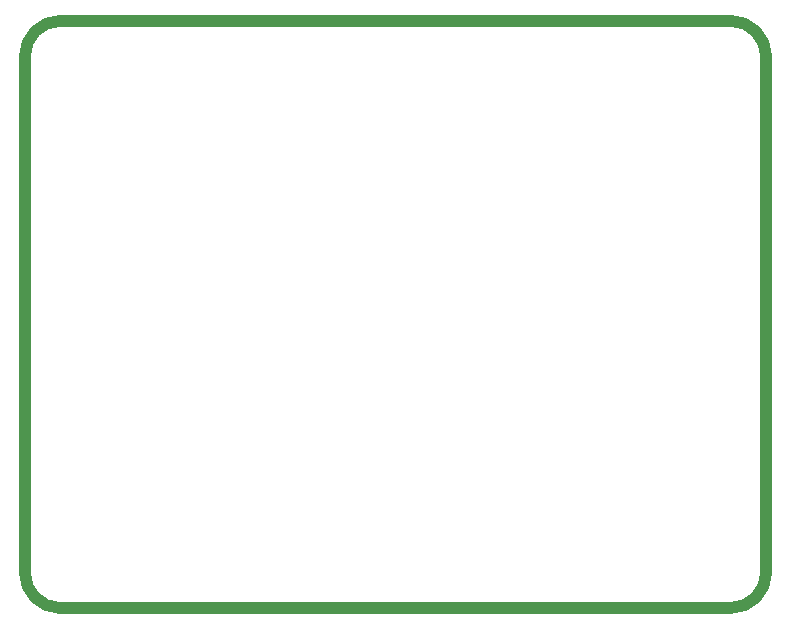
<source format=gbr>
G04 #@! TF.FileFunction,Profile,NP*
%FSLAX46Y46*%
G04 Gerber Fmt 4.6, Leading zero omitted, Abs format (unit mm)*
G04 Created by KiCad (PCBNEW 4.0.6) date 04/19/17 14:22:56*
%MOMM*%
%LPD*%
G01*
G04 APERTURE LIST*
%ADD10C,0.100000*%
%ADD11C,1.000000*%
G04 APERTURE END LIST*
D10*
D11*
X139796118Y-52500074D02*
G75*
G03X136750000Y-55525000I-21118J-3024926D01*
G01*
X136749971Y-99178881D02*
G75*
G03X139774897Y-102224999I3024926J-21118D01*
G01*
X199525029Y-55546119D02*
G75*
G03X196500103Y-52500001I-3024926J21118D01*
G01*
X196478882Y-102224926D02*
G75*
G03X199525000Y-99200000I21118J3024926D01*
G01*
X136750000Y-99175000D02*
X136750000Y-55525000D01*
X196475000Y-102225000D02*
X139775000Y-102225000D01*
X199525000Y-55550000D02*
X199525000Y-99200000D01*
X139800000Y-52500000D02*
X196500000Y-52500000D01*
M02*

</source>
